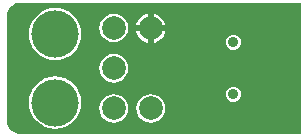
<source format=gbl>
G04*
G04 #@! TF.GenerationSoftware,Altium Limited,Altium Designer,18.1.2 (67)*
G04*
G04 Layer_Physical_Order=2*
G04 Layer_Color=16711680*
%FSLAX25Y25*%
%MOIN*%
G70*
G01*
G75*
%ADD21C,0.03543*%
%ADD22C,0.15748*%
%ADD23C,0.07874*%
G36*
X-34252Y39130D02*
X-34231D01*
X-34226Y39129D01*
X-34213Y39130D01*
X59602Y39130D01*
Y-4484D01*
X-34225Y-4484D01*
X-34251Y-4483D01*
X-34258Y-4484D01*
X-34259D01*
X-34264Y-4485D01*
X-34321Y-4494D01*
X-34370Y-4484D01*
X-34391D01*
X-34396Y-4483D01*
X-34409Y-4484D01*
X-34753D01*
X-35506Y-4337D01*
X-36217Y-4049D01*
X-36859Y-3631D01*
X-37410Y-3097D01*
X-37848Y-2468D01*
X-38158Y-1767D01*
X-38328Y-1019D01*
X-38340Y-636D01*
X-38342Y-626D01*
Y-606D01*
X-38342Y-602D01*
X-38342Y-589D01*
Y35012D01*
X-38341Y35037D01*
X-38342Y35044D01*
Y35047D01*
X-38344Y35056D01*
X-38352Y35108D01*
X-38342Y35157D01*
Y35178D01*
X-38341Y35183D01*
X-38342Y35196D01*
Y35549D01*
X-38189Y36316D01*
X-37890Y37039D01*
X-37455Y37690D01*
X-36902Y38243D01*
X-36252Y38677D01*
X-35528Y38977D01*
X-34761Y39130D01*
X-34396D01*
X-34372Y39129D01*
X-34364Y39130D01*
X-34363D01*
X-34357Y39131D01*
X-34301Y39139D01*
X-34252Y39130D01*
D02*
G37*
%LPC*%
G36*
X10449Y35557D02*
Y31709D01*
X14297D01*
X14259Y31997D01*
X13761Y33198D01*
X12970Y34230D01*
X11939Y35021D01*
X10738Y35519D01*
X10449Y35557D01*
D02*
G37*
G36*
X8449D02*
X8160Y35519D01*
X6959Y35021D01*
X5928Y34230D01*
X5136Y33198D01*
X4639Y31997D01*
X4601Y31709D01*
X8449D01*
Y35557D01*
D02*
G37*
G36*
X-2874Y35474D02*
X-4107Y35311D01*
X-5257Y34835D01*
X-6244Y34078D01*
X-7001Y33091D01*
X-7477Y31942D01*
X-7639Y30709D01*
X-7477Y29475D01*
X-7001Y28326D01*
X-6244Y27339D01*
X-5257Y26582D01*
X-4107Y26106D01*
X-2874Y25943D01*
X-1641Y26106D01*
X-491Y26582D01*
X495Y27339D01*
X1253Y28326D01*
X1729Y29475D01*
X1891Y30709D01*
X1729Y31942D01*
X1253Y33091D01*
X495Y34078D01*
X-491Y34835D01*
X-1641Y35311D01*
X-2874Y35474D01*
D02*
G37*
G36*
X14297Y29709D02*
X10449D01*
Y25861D01*
X10738Y25899D01*
X11939Y26396D01*
X12970Y27187D01*
X13761Y28219D01*
X14259Y29420D01*
X14297Y29709D01*
D02*
G37*
G36*
X8449D02*
X4601D01*
X4639Y29420D01*
X5136Y28219D01*
X5928Y27187D01*
X6959Y26396D01*
X8160Y25899D01*
X8449Y25861D01*
Y29709D01*
D02*
G37*
G36*
X37008Y28565D02*
X36340Y28477D01*
X35717Y28220D01*
X35183Y27809D01*
X34773Y27275D01*
X34515Y26652D01*
X34427Y25984D01*
X34515Y25316D01*
X34773Y24694D01*
X35183Y24159D01*
X35717Y23749D01*
X36340Y23491D01*
X37008Y23403D01*
X37676Y23491D01*
X38298Y23749D01*
X38833Y24159D01*
X39243Y24694D01*
X39501Y25316D01*
X39589Y25984D01*
X39501Y26652D01*
X39243Y27275D01*
X38833Y27809D01*
X38298Y28220D01*
X37676Y28477D01*
X37008Y28565D01*
D02*
G37*
G36*
X-22441Y37444D02*
X-24139Y37276D01*
X-25772Y36781D01*
X-27276Y35977D01*
X-28595Y34894D01*
X-29678Y33575D01*
X-30482Y32071D01*
X-30977Y30438D01*
X-31144Y28740D01*
X-30977Y27042D01*
X-30482Y25409D01*
X-29678Y23905D01*
X-28595Y22586D01*
X-27276Y21504D01*
X-25772Y20699D01*
X-24139Y20204D01*
X-22441Y20037D01*
X-20743Y20204D01*
X-19110Y20699D01*
X-17606Y21504D01*
X-16287Y22586D01*
X-15204Y23905D01*
X-14400Y25409D01*
X-13905Y27042D01*
X-13738Y28740D01*
X-13905Y30438D01*
X-14400Y32071D01*
X-15204Y33575D01*
X-16287Y34894D01*
X-17606Y35977D01*
X-19110Y36781D01*
X-20743Y37276D01*
X-22441Y37444D01*
D02*
G37*
G36*
X-2874Y22088D02*
X-4107Y21926D01*
X-5257Y21450D01*
X-6244Y20692D01*
X-7001Y19705D01*
X-7477Y18556D01*
X-7639Y17323D01*
X-7477Y16090D01*
X-7001Y14940D01*
X-6244Y13953D01*
X-5257Y13196D01*
X-4107Y12720D01*
X-2874Y12558D01*
X-1641Y12720D01*
X-491Y13196D01*
X495Y13953D01*
X1253Y14940D01*
X1729Y16090D01*
X1891Y17323D01*
X1729Y18556D01*
X1253Y19705D01*
X495Y20692D01*
X-491Y21450D01*
X-1641Y21926D01*
X-2874Y22088D01*
D02*
G37*
G36*
X37008Y11242D02*
X36340Y11155D01*
X35717Y10897D01*
X35183Y10486D01*
X34773Y9952D01*
X34515Y9330D01*
X34427Y8661D01*
X34515Y7993D01*
X34773Y7371D01*
X35183Y6836D01*
X35717Y6426D01*
X36340Y6168D01*
X37008Y6080D01*
X37676Y6168D01*
X38298Y6426D01*
X38833Y6836D01*
X39243Y7371D01*
X39501Y7993D01*
X39589Y8661D01*
X39501Y9330D01*
X39243Y9952D01*
X38833Y10486D01*
X38298Y10897D01*
X37676Y11155D01*
X37008Y11242D01*
D02*
G37*
G36*
X9449Y8702D02*
X8215Y8540D01*
X7066Y8064D01*
X6079Y7306D01*
X5322Y6320D01*
X4846Y5170D01*
X4684Y3937D01*
X4846Y2704D01*
X5322Y1554D01*
X6079Y568D01*
X7066Y-190D01*
X8215Y-666D01*
X9449Y-828D01*
X10682Y-666D01*
X11831Y-190D01*
X12818Y568D01*
X13576Y1554D01*
X14052Y2704D01*
X14214Y3937D01*
X14052Y5170D01*
X13576Y6320D01*
X12818Y7306D01*
X11831Y8064D01*
X10682Y8540D01*
X9449Y8702D01*
D02*
G37*
G36*
X-2874D02*
X-4107Y8540D01*
X-5257Y8064D01*
X-6244Y7306D01*
X-7001Y6320D01*
X-7477Y5170D01*
X-7639Y3937D01*
X-7477Y2704D01*
X-7001Y1554D01*
X-6244Y568D01*
X-5257Y-190D01*
X-4107Y-666D01*
X-2874Y-828D01*
X-1641Y-666D01*
X-491Y-190D01*
X495Y568D01*
X1253Y1554D01*
X1729Y2704D01*
X1891Y3937D01*
X1729Y5170D01*
X1253Y6320D01*
X495Y7306D01*
X-491Y8064D01*
X-1641Y8540D01*
X-2874Y8702D01*
D02*
G37*
G36*
X-22441Y14609D02*
X-24139Y14442D01*
X-25772Y13946D01*
X-27276Y13142D01*
X-28595Y12060D01*
X-29678Y10741D01*
X-30482Y9236D01*
X-30977Y7603D01*
X-31144Y5906D01*
X-30977Y4208D01*
X-30482Y2575D01*
X-29678Y1070D01*
X-28595Y-249D01*
X-27276Y-1331D01*
X-25772Y-2135D01*
X-24139Y-2631D01*
X-22441Y-2798D01*
X-20743Y-2631D01*
X-19110Y-2135D01*
X-17606Y-1331D01*
X-16287Y-249D01*
X-15204Y1070D01*
X-14400Y2575D01*
X-13905Y4208D01*
X-13738Y5906D01*
X-13905Y7603D01*
X-14400Y9236D01*
X-15204Y10741D01*
X-16287Y12060D01*
X-17606Y13142D01*
X-19110Y13946D01*
X-20743Y14442D01*
X-22441Y14609D01*
D02*
G37*
%LPD*%
D21*
X37008Y8661D02*
D03*
Y25984D02*
D03*
D22*
X-22441Y28740D02*
D03*
Y5906D02*
D03*
D23*
X9449Y3937D02*
D03*
X-2874D02*
D03*
Y17323D02*
D03*
X9449Y30709D02*
D03*
X-2874D02*
D03*
M02*

</source>
